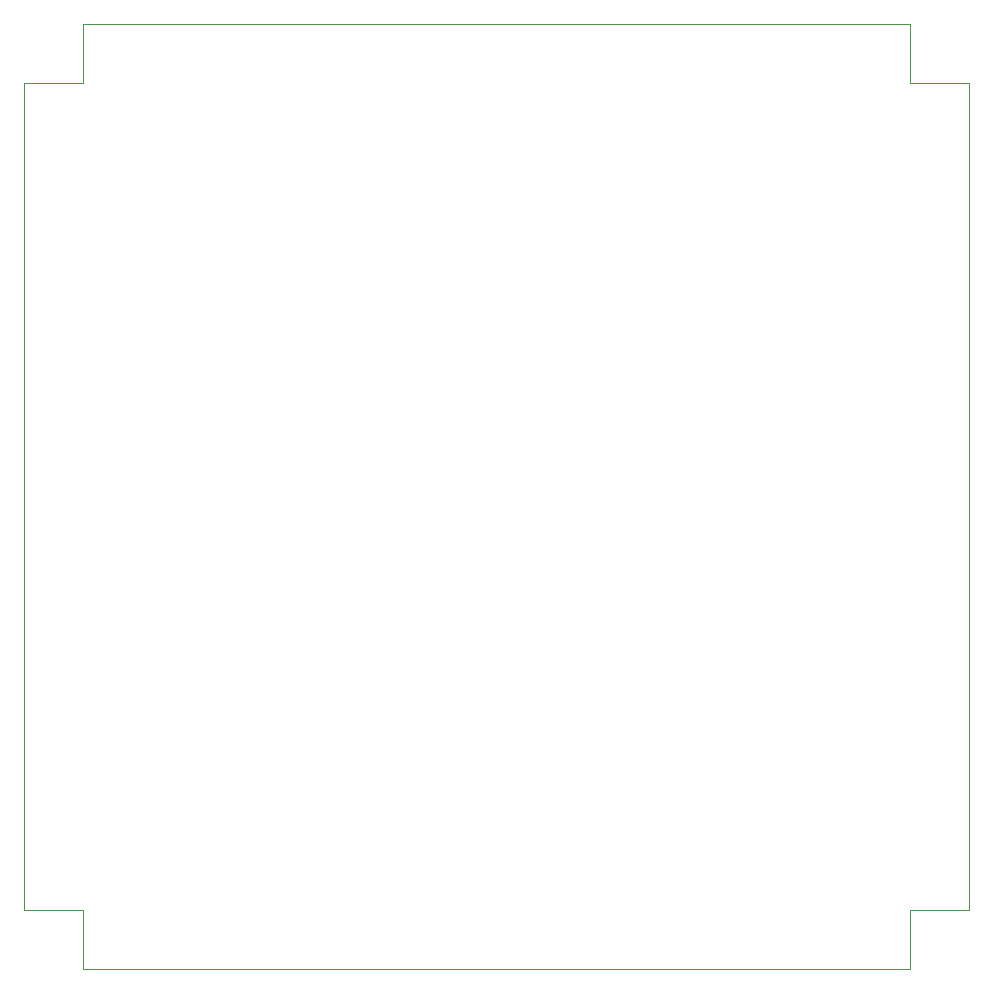
<source format=gbr>
%TF.GenerationSoftware,KiCad,Pcbnew,(5.1.10)-1*%
%TF.CreationDate,2021-11-09T21:08:57+01:00*%
%TF.ProjectId,BuzzerSend,42757a7a-6572-4536-956e-642e6b696361,1.0*%
%TF.SameCoordinates,Original*%
%TF.FileFunction,Profile,NP*%
%FSLAX46Y46*%
G04 Gerber Fmt 4.6, Leading zero omitted, Abs format (unit mm)*
G04 Created by KiCad (PCBNEW (5.1.10)-1) date 2021-11-09 21:08:57*
%MOMM*%
%LPD*%
G01*
G04 APERTURE LIST*
%TA.AperFunction,Profile*%
%ADD10C,0.050000*%
%TD*%
G04 APERTURE END LIST*
D10*
X120000000Y-55000000D02*
X120000000Y-50000000D01*
X125000000Y-55000000D02*
X120000000Y-55000000D01*
X125000000Y-125000000D02*
X125000000Y-55000000D01*
X120000000Y-125000000D02*
X125000000Y-125000000D01*
X120000000Y-130000000D02*
X120000000Y-125000000D01*
X50000000Y-130000000D02*
X120000000Y-130000000D01*
X50000000Y-125000000D02*
X50000000Y-130000000D01*
X45000000Y-125000000D02*
X50000000Y-125000000D01*
X45000000Y-55000000D02*
X45000000Y-125000000D01*
X50000000Y-55000000D02*
X45000000Y-55000000D01*
X50000000Y-50000000D02*
X50000000Y-55000000D01*
X50000000Y-50000000D02*
X120000000Y-50000000D01*
M02*

</source>
